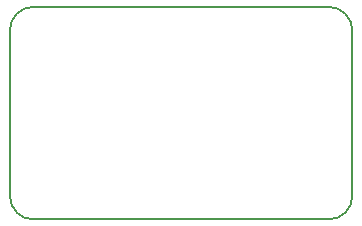
<source format=gbr>
G04 #@! TF.GenerationSoftware,KiCad,Pcbnew,5.1.4*
G04 #@! TF.CreationDate,2019-10-17T17:26:12+02:00*
G04 #@! TF.ProjectId,pressureSensorHolder,70726573-7375-4726-9553-656e736f7248,rev?*
G04 #@! TF.SameCoordinates,PX4eb1118PY5d87b38*
G04 #@! TF.FileFunction,Profile,NP*
%FSLAX46Y46*%
G04 Gerber Fmt 4.6, Leading zero omitted, Abs format (unit mm)*
G04 Created by KiCad (PCBNEW 5.1.4) date 2019-10-17 17:26:12*
%MOMM*%
%LPD*%
G04 APERTURE LIST*
%ADD10C,0.200000*%
G04 APERTURE END LIST*
D10*
X-11490000Y9750003D02*
G75*
G02X-9490000Y11750003I2000000J0D01*
G01*
X-9490000Y-6249997D02*
G75*
G02X-11490000Y-4249997I0J2000000D01*
G01*
X15510000Y11750003D02*
X-9490000Y11750003D01*
X15510000Y11750003D02*
G75*
G02X17510000Y9750003I0J-2000000D01*
G01*
X-9490000Y-6249997D02*
X15510000Y-6249997D01*
X17510000Y-4249997D02*
X17510000Y9750003D01*
X17510000Y-4249997D02*
G75*
G02X15510000Y-6249997I-2000000J0D01*
G01*
X-11490000Y9750003D02*
X-11490000Y-4249997D01*
M02*

</source>
